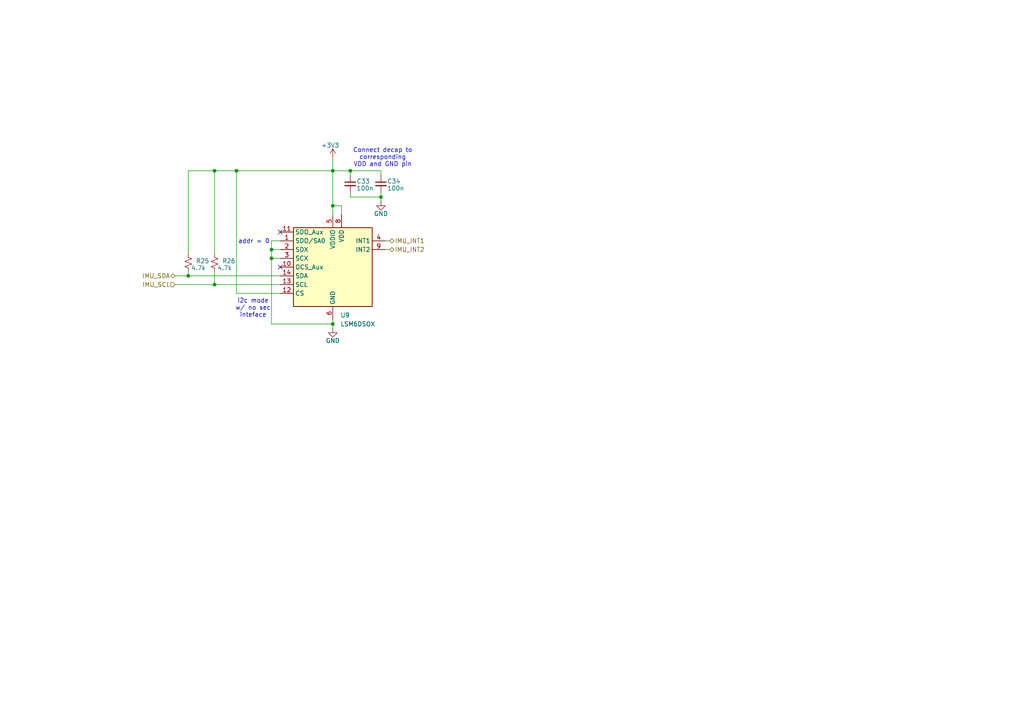
<source format=kicad_sch>
(kicad_sch (version 20231120) (generator "eeschema") (generator_version "8.0")
  (paper "A4")
  (lib_symbols
    (symbol "Device:C_Small" (pin_numbers hide) (pin_names (offset 0.254) hide)
      (property "Reference" "C" (at 0.254 1.778 0))
      (property "Value" "C_Small" (at 0.254 -2.032 0))
      (symbol "C_Small_0_1"
        (polyline (pts (xy -1.524 -0.508) (xy 1.524 -0.508)) (stroke (width 0.3302)))
        (polyline (pts (xy -1.524 0.508) (xy 1.524 0.508)) (stroke (width 0.3048)))
      )
      (symbol "C_Small_1_1"
        (pin passive line (at 0 2.54 270) (length 2.032) (name "~") (number "1"))
        (pin passive line (at 0 -2.54 90) (length 2.032) (name "~") (number "2"))
      )
    )
    (symbol "Device:R_Small_US" (pin_numbers hide) (pin_names (offset 0.254) hide)
      (property "Reference" "R" (at 0.762 0.508 0))
      (property "Value" "R_Small_US" (at 0.762 -1.016 0))
      (symbol "R_Small_US_1_1"
        (polyline (pts (xy 0 0) (xy 1.016 -0.381) (xy 0 -0.762) (xy -1.016 -1.143) (xy 0 -1.524)))
        (polyline (pts (xy 0 1.524) (xy 1.016 1.143) (xy 0 0.762) (xy -1.016 0.381) (xy 0 0)))
        (pin passive line (at 0 2.54 270) (length 1.016) (name "~") (number "1"))
        (pin passive line (at 0 -2.54 90) (length 1.016) (name "~") (number "2"))
      )
    )
    (symbol "Sensor_Motion:LSM6DSM"
      (property "Reference" "U" (at -11.43 15.24 0))
      (property "Value" "LSM6DSM" (at -11.43 12.7 0))
      (symbol "LSM6DSM_0_1"
        (rectangle (start 11.43 11.43) (end -11.43 -11.43) (stroke (width 0.254)) (fill (type background)))
      )
      (symbol "LSM6DSM_1_1"
        (pin bidirectional line (at -15.24 7.62 0) (length 3.81) (name "SDO/SA0") (number "1"))
        (pin passive line (at -15.24 0 0) (length 3.81) (name "OCS_Aux") (number "10"))
        (pin bidirectional line (at -15.24 10.16 0) (length 3.81) (name "SDO_Aux") (number "11"))
        (pin input line (at -15.24 -7.62 0) (length 3.81) (name "CS") (number "12"))
        (pin input line (at -15.24 -5.08 0) (length 3.81) (name "SCL") (number "13"))
        (pin bidirectional line (at -15.24 -2.54 0) (length 3.81) (name "SDA") (number "14"))
        (pin bidirectional line (at -15.24 5.08 0) (length 3.81) (name "SDX") (number "2"))
        (pin input line (at -15.24 2.54 0) (length 3.81) (name "SCX") (number "3"))
        (pin output line (at 15.24 7.62 180) (length 3.81) (name "INT1") (number "4"))
        (pin power_in line (at 0 15.24 270) (length 3.81) (name "VDDIO") (number "5"))
        (pin power_in line (at 0 -15.24 90) (length 3.81) (name "GND") (number "6"))
        (pin passive line (at 0 -15.24 90) (length 3.81) hide (name "GND") (number "7"))
        (pin power_in line (at 2.54 15.24 270) (length 3.81) (name "VDD") (number "8"))
        (pin output line (at 15.24 5.08 180) (length 3.81) (name "INT2") (number "9"))
      )
    )
    (symbol "power:+3V3" (power) (pin_numbers hide) (pin_names (offset 0) hide)
      (property "Value" "+3V3" (at 0 3.556 0))
      (symbol "+3V3_0_1"
        (polyline (pts (xy -0.762 1.27) (xy 0 2.54)))
        (polyline (pts (xy 0 0) (xy 0 2.54)))
        (polyline (pts (xy 0 2.54) (xy 0.762 1.27)))
      )
      (symbol "+3V3_1_1"
        (pin power_in line (at 0 0 90) (length 0) (name "~") (number "1"))
      )
    )
    (symbol "power:GND" (power) (pin_numbers hide) (pin_names (offset 0) hide)
      (property "Value" "GND" (at 0 -3.81 0))
      (symbol "GND_0_1"
        (polyline (pts (xy 0 0) (xy 0 -1.27) (xy 1.27 -1.27) (xy 0 -2.54) (xy -1.27 -1.27) (xy 0 -1.27)))
      )
      (symbol "GND_1_1"
        (pin power_in line (at 0 0 270) (length 0) (name "~") (number "1"))
      )
    )
  )
  (junction (at 78.74 72.39))
  (junction (at 96.52 49.53))
  (junction (at 62.23 49.53))
  (junction (at 68.58 49.53))
  (junction (at 110.49 57.15))
  (junction (at 96.52 93.98))
  (junction (at 101.6 49.53))
  (junction (at 96.52 59.69))
  (junction (at 54.61 80.01))
  (junction (at 62.23 82.55))
  (junction (at 78.74 74.93))
  (no_connect (at 81.28 67.31))
  (no_connect (at 81.28 77.47))
  (wire (pts (xy 62.23 49.53) (xy 68.58 49.53)))
  (wire (pts (xy 81.28 85.09) (xy 68.58 85.09)))
  (wire (pts (xy 101.6 49.53) (xy 101.6 50.8)))
  (wire (pts (xy 113.03 72.39) (xy 111.76 72.39)))
  (wire (pts (xy 62.23 49.53) (xy 62.23 73.66)))
  (wire (pts (xy 81.28 69.85) (xy 78.74 69.85)))
  (wire (pts (xy 110.49 49.53) (xy 110.49 50.8)))
  (wire (pts (xy 68.58 49.53) (xy 96.52 49.53)))
  (wire (pts (xy 99.06 62.23) (xy 99.06 59.69)))
  (wire (pts (xy 96.52 93.98) (xy 96.52 92.71)))
  (wire (pts (xy 81.28 72.39) (xy 78.74 72.39)))
  (wire (pts (xy 78.74 74.93) (xy 81.28 74.93)))
  (wire (pts (xy 96.52 95.25) (xy 96.52 93.98)))
  (wire (pts (xy 96.52 49.53) (xy 101.6 49.53)))
  (wire (pts (xy 54.61 80.01) (xy 81.28 80.01)))
  (wire (pts (xy 78.74 93.98) (xy 96.52 93.98)))
  (wire (pts (xy 101.6 57.15) (xy 110.49 57.15)))
  (wire (pts (xy 54.61 78.74) (xy 54.61 80.01)))
  (wire (pts (xy 96.52 45.72) (xy 96.52 49.53)))
  (wire (pts (xy 78.74 72.39) (xy 78.74 74.93)))
  (wire (pts (xy 62.23 78.74) (xy 62.23 82.55)))
  (wire (pts (xy 113.03 69.85) (xy 111.76 69.85)))
  (wire (pts (xy 54.61 49.53) (xy 62.23 49.53)))
  (wire (pts (xy 50.8 80.01) (xy 54.61 80.01)))
  (wire (pts (xy 110.49 57.15) (xy 110.49 55.88)))
  (wire (pts (xy 68.58 85.09) (xy 68.58 49.53)))
  (wire (pts (xy 54.61 73.66) (xy 54.61 49.53)))
  (wire (pts (xy 96.52 59.69) (xy 99.06 59.69)))
  (wire (pts (xy 78.74 69.85) (xy 78.74 72.39)))
  (wire (pts (xy 78.74 74.93) (xy 78.74 93.98)))
  (wire (pts (xy 110.49 58.42) (xy 110.49 57.15)))
  (wire (pts (xy 62.23 82.55) (xy 81.28 82.55)))
  (wire (pts (xy 50.8 82.55) (xy 62.23 82.55)))
  (wire (pts (xy 101.6 49.53) (xy 110.49 49.53)))
  (wire (pts (xy 101.6 57.15) (xy 101.6 55.88)))
  (wire (pts (xy 96.52 59.69) (xy 96.52 62.23)))
  (wire (pts (xy 96.52 49.53) (xy 96.52 59.69)))
  (text "i2c mode\nw/ no sec\ninteface" (at 73.406 89.408 0) (effects (font (size 1.27 1.27))))
  (text "Connect decap to\ncorresponding\nVDD and GND pin" (at 110.998 45.72 0) (effects (font (size 1.27 1.27))))
  (text "addr = 0" (at 73.66 70.104 0) (effects (font (size 1.27 1.27))))
  (hierarchical_label "IMU_INT2" (shape bidirectional) (at 113.03 72.39 0))
  (hierarchical_label "IMU_INT1" (shape bidirectional) (at 113.03 69.85 0))
  (hierarchical_label "IMU_SCL" (shape input) (at 50.8 82.55 180))
  (hierarchical_label "IMU_SDA" (shape bidirectional) (at 50.8 80.01 180))
  (symbol (lib_id "power:GND") (at 110.49 58.42 0) (unit 1)
    (property "Reference" "#PWR057" (effects (hide yes)))
    (property "Value" "GND" (at 110.49 61.976 0))
  )
  (symbol (lib_id "power:GND") (at 96.52 95.25 0) (unit 1)
    (property "Reference" "#PWR058" (effects (hide yes)))
    (property "Value" "GND" (at 96.52 98.806 0))
  )
  (symbol (lib_id "Device:R_Small_US") (at 62.23 76.2 180) (unit 1)
    (property "Reference" "R26" (at 68.326 75.692 0) (effects (justify left)))
    (property "Value" "4.7k" (at 67.31 77.724 0) (effects (justify left)))
    (property "Footprint" "Resistor_SMD:R_0402_1005Metric" (effects (hide yes)))
    (property "Description" "Resistor, small US symbol" (effects (hide yes)))
  )
  (symbol (lib_id "Device:C_Small") (at 101.6 53.34 0) (unit 1)
    (property "Reference" "C33" (at 103.378 52.578 0) (effects (justify left)))
    (property "Value" "100n" (at 103.378 54.6162 0) (effects (justify left)))
    (property "Footprint" "Capacitor_SMD:C_0402_1005Metric" (effects (hide yes)))
    (property "Description" "Unpolarized capacitor, small symbol" (effects (hide yes)))
  )
  (symbol (lib_id "Device:R_Small_US") (at 54.61 76.2 180) (unit 1)
    (property "Reference" "R25" (at 60.706 75.692 0) (effects (justify left)))
    (property "Value" "4.7k" (at 59.69 77.724 0) (effects (justify left)))
    (property "Footprint" "Resistor_SMD:R_0402_1005Metric" (effects (hide yes)))
    (property "Description" "Resistor, small US symbol" (effects (hide yes)))
  )
  (symbol (lib_id "Sensor_Motion:LSM6DSM") (at 96.52 77.47 0) (unit 1)
    (property "Reference" "U9" (at 98.7141 91.44 0) (effects (justify left)))
    (property "Value" "LSM6DSOX" (at 98.7141 93.98 0) (effects (justify left)))
    (property "Footprint" "Package_LGA:LGA-14_3x2.5mm_P0.5mm_LayoutBorder3x4y" (effects (hide yes)))
    (property "Datasheet" "https://www.st.com/resource/en/datasheet/lsm6dsm.pdf" (effects (hide yes)))
    (property "Description" "I2C/SPI, iNEMO inertial module: always-on 3D accelerometer and 3D gyroscope, with auxiliary SPI, 1.71V to 3.6V VCC" (effects (hide yes)))
  )
  (symbol (lib_id "power:+3V3") (at 96.52 45.72 0) (unit 1)
    (property "Reference" "#PWR056" (effects (hide yes)))
    (property "Value" "+3V3" (at 95.758 42.164 0))
    (property "Description" "Power symbol creates a global label with name \"+3V3\"" (effects (hide yes)))
  )
  (symbol (lib_id "Device:C_Small") (at 110.49 53.34 0) (unit 1)
    (property "Reference" "C34" (at 112.268 52.578 0) (effects (justify left)))
    (property "Value" "100n" (at 112.268 54.6162 0) (effects (justify left)))
    (property "Footprint" "Capacitor_SMD:C_0402_1005Metric" (effects (hide yes)))
    (property "Description" "Unpolarized capacitor, small symbol" (effects (hide yes)))
  )
)
</source>
